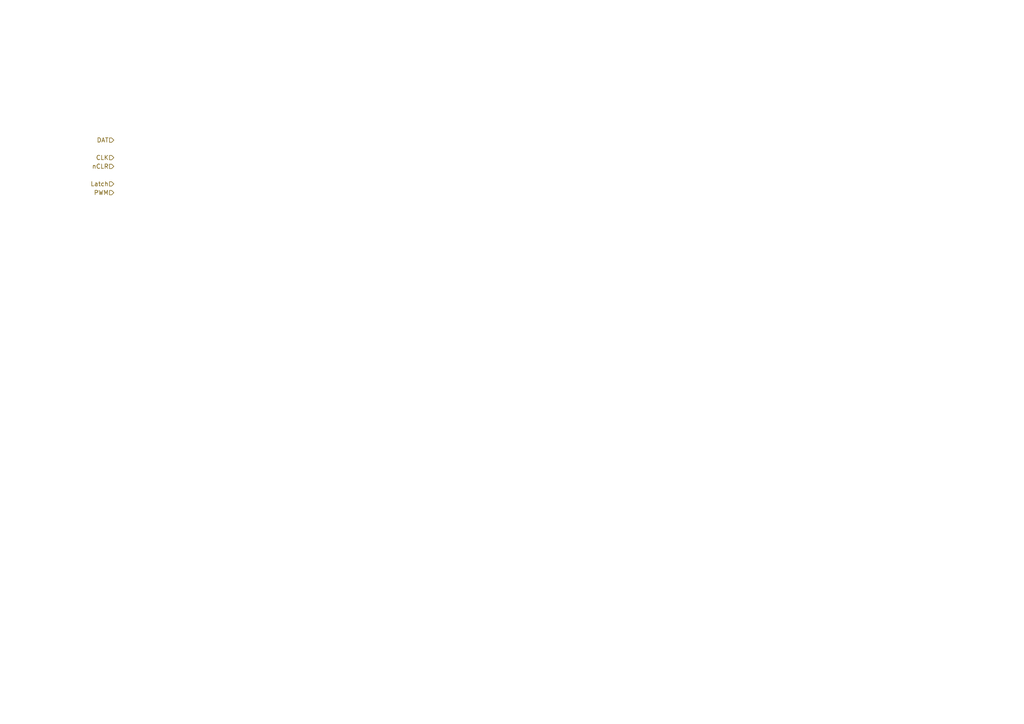
<source format=kicad_sch>
(kicad_sch
	(version 20231120)
	(generator "eeschema")
	(generator_version "8.0")
	(uuid "a399b04c-fb39-4d1c-a652-d22c93f60d96")
	(paper "A4")
	(lib_symbols)
	(hierarchical_label "CLK"
		(shape input)
		(at 33.02 45.72 180)
		(fields_autoplaced yes)
		(effects
			(font
				(size 1.27 1.27)
			)
			(justify right)
		)
		(uuid "46538a11-2103-4206-9c4e-dbb4bd0aa9bb")
	)
	(hierarchical_label "Latch"
		(shape input)
		(at 33.02 53.34 180)
		(fields_autoplaced yes)
		(effects
			(font
				(size 1.27 1.27)
			)
			(justify right)
		)
		(uuid "4cd653ea-5bda-4c0a-ab22-fc139e571cee")
	)
	(hierarchical_label "nCLR"
		(shape input)
		(at 33.02 48.26 180)
		(fields_autoplaced yes)
		(effects
			(font
				(size 1.27 1.27)
			)
			(justify right)
		)
		(uuid "53535e17-f4e7-4324-95ae-7c05988b0fcf")
	)
	(hierarchical_label "PWM"
		(shape input)
		(at 33.02 55.88 180)
		(fields_autoplaced yes)
		(effects
			(font
				(size 1.27 1.27)
			)
			(justify right)
		)
		(uuid "8582ce9a-e6bf-4086-9dc0-bddc5bf3efff")
	)
	(hierarchical_label "DAT"
		(shape input)
		(at 33.02 40.64 180)
		(fields_autoplaced yes)
		(effects
			(font
				(size 1.27 1.27)
			)
			(justify right)
		)
		(uuid "ad699426-b075-42e9-b237-d77372784e9c")
	)
)

</source>
